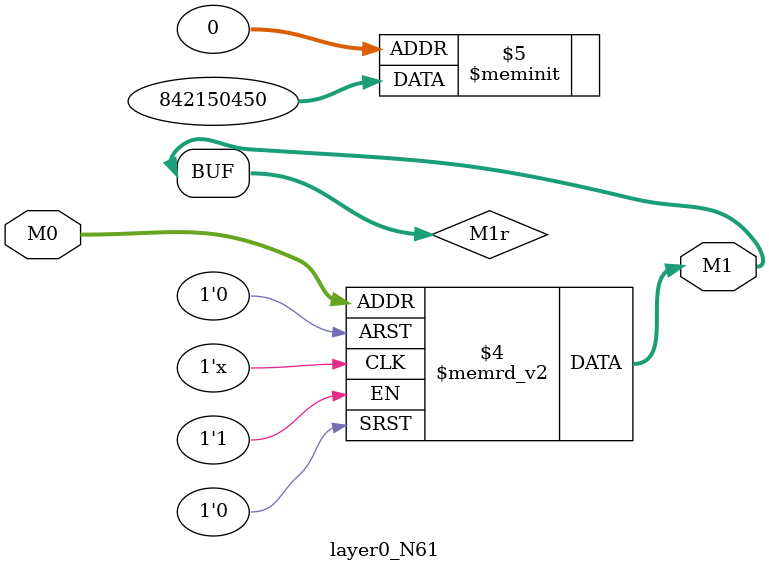
<source format=v>
module layer0_N61 ( input [3:0] M0, output [1:0] M1 );

	(*rom_style = "distributed" *) reg [1:0] M1r;
	assign M1 = M1r;
	always @ (M0) begin
		case (M0)
			4'b0000: M1r = 2'b10;
			4'b1000: M1r = 2'b10;
			4'b0100: M1r = 2'b10;
			4'b1100: M1r = 2'b10;
			4'b0010: M1r = 2'b11;
			4'b1010: M1r = 2'b11;
			4'b0110: M1r = 2'b11;
			4'b1110: M1r = 2'b11;
			4'b0001: M1r = 2'b00;
			4'b1001: M1r = 2'b00;
			4'b0101: M1r = 2'b00;
			4'b1101: M1r = 2'b00;
			4'b0011: M1r = 2'b00;
			4'b1011: M1r = 2'b00;
			4'b0111: M1r = 2'b00;
			4'b1111: M1r = 2'b00;

		endcase
	end
endmodule

</source>
